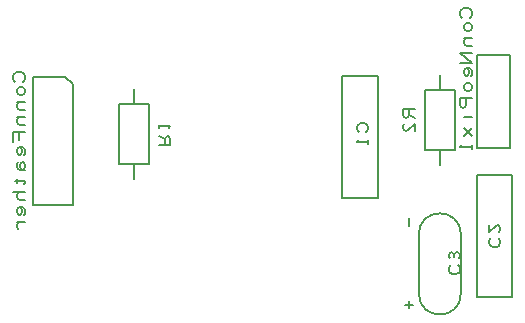
<source format=gbr>
G04 EasyPC Gerber Version 20.0.2 Build 4112 *
%FSLAX35Y35*%
%MOIN*%
%ADD15C,0.00500*%
X0Y0D02*
D02*
D15*
X5687Y87052D02*
X6000Y87365D01*
X6313Y87990*
Y88927*
X6000Y89552*
X5687Y89865*
X5063Y90177*
X3813*
X3187Y89865*
X2875Y89552*
X2563Y88927*
Y87990*
X2875Y87365*
X3187Y87052*
X5375Y85177D02*
X6000Y84865D01*
X6313Y84240*
Y83615*
X6000Y82990*
X5375Y82677*
X4750*
X4125Y82990*
X3813Y83615*
Y84240*
X4125Y84865*
X4750Y85177*
X5375*
X6313Y80177D02*
X3813D01*
X4750D02*
X4125Y79865D01*
X3813Y79240*
Y78615*
X4125Y77990*
X4750Y77677*
X6313*
Y75177D02*
X3813D01*
X4750D02*
X4125Y74865D01*
X3813Y74240*
Y73615*
X4125Y72990*
X4750Y72677*
X6313*
Y70177D02*
X2563D01*
Y67052*
X4437Y67677D02*
Y70177D01*
X6000Y62677D02*
X6313Y62990D01*
Y63615*
Y64240*
X6000Y64865*
X5375Y65177*
X4437*
X4125Y64865*
X3813Y64240*
Y63615*
X4125Y62990*
X4437Y62677*
X4750*
X5063Y62990*
X5375Y63615*
Y64240*
X5063Y64865*
X4750Y65177*
X4125Y60177D02*
X3813Y59552D01*
Y58615*
X4125Y57990*
X4750Y57677*
X5687*
X6000Y57990*
X6313Y58615*
Y59240*
X6000Y59865*
X5687Y60177*
X5375*
X5063Y59865*
X4750Y59240*
Y58615*
X5063Y57990*
X5375Y57677*
X5687D02*
X6313D01*
X3813Y54552D02*
Y53302D01*
X3187Y53927D02*
X6000D01*
X6313Y53615*
Y53302*
X6000Y52990*
X6313Y50177D02*
X2563D01*
X4750D02*
X4125Y49865D01*
X3813Y49240*
Y48615*
X4125Y47990*
X4750Y47677*
X6313*
X6000Y42677D02*
X6313Y42990D01*
Y43615*
Y44240*
X6000Y44865*
X5375Y45177*
X4437*
X4125Y44865*
X3813Y44240*
Y43615*
X4125Y42990*
X4437Y42677*
X4750*
X5063Y42990*
X5375Y43615*
Y44240*
X5063Y44865*
X4750Y45177*
X6313Y40177D02*
X3813D01*
X4750D02*
X4125Y39865D01*
X3813Y39240*
Y38615*
X4125Y37990*
X9116Y88677D02*
Y45784D01*
X22384*
Y86177*
X19884Y88677*
X9116*
X37750Y59565D02*
X47750D01*
Y79565*
X37750*
Y59565*
X42750Y54565D02*
Y59565D01*
Y79565D02*
Y84565D01*
X51187Y65815D02*
X54937D01*
Y68002*
X54625Y68628*
X54000Y68940*
X53375Y68628*
X53063Y68002*
Y65815*
Y68002D02*
X51187Y68940D01*
Y71440D02*
Y72690D01*
Y72065D02*
X54937D01*
X54313Y71440*
X120187Y70120D02*
X120500Y70432D01*
X120813Y71057*
Y71995*
X120500Y72620*
X120187Y72932*
X119563Y73245*
X118313*
X117687Y72932*
X117375Y72620*
X117063Y71995*
Y71057*
X117375Y70432*
X117687Y70120*
X120813Y67620D02*
Y66370D01*
Y66995D02*
X117063D01*
X117687Y67620*
X124000Y88995D02*
Y48245D01*
X112250*
Y88995*
X124000*
X134437Y11402D02*
Y13902D01*
X133187Y12652D02*
X135687D01*
X134437Y38902D02*
Y41402D01*
X136313Y77995D02*
X132563D01*
Y75807*
X132875Y75182*
X133500Y74870*
X134125Y75182*
X134437Y75807*
Y77995*
Y75807D02*
X136313Y74870D01*
Y70495D02*
Y72995D01*
X134125Y70807*
X133500Y70495*
X132875Y70807*
X132563Y71432*
Y72370*
X132875Y72995*
X137722Y16402D02*
Y36087D01*
G75*
G02X151778I7028*
G01*
Y16402*
G75*
G02X137722I-7028*
G01*
X144750Y64245D02*
Y59245D01*
Y89245D02*
Y84245D01*
X148313Y25870D02*
X148000Y25557D01*
X147687Y24932*
Y23995*
X148000Y23370*
X148313Y23057*
X148937Y22745*
X150187*
X150813Y23057*
X151125Y23370*
X151437Y23995*
Y24932*
X151125Y25557*
X150813Y25870*
X148000Y28057D02*
X147687Y28682D01*
Y29307*
X148000Y29932*
X148625Y30245*
X149250Y29932*
X149563Y29307*
Y28682*
Y29307D02*
X149875Y29932D01*
X150500Y30245*
X151125Y29932*
X151437Y29307*
Y28682*
X151125Y28057*
X149750Y84245D02*
X139750D01*
Y64245*
X149750*
Y84245*
X154687Y108374D02*
X155000Y108687D01*
X155313Y109312*
Y110250*
X155000Y110874*
X154687Y111187*
X154063Y111500*
X152813*
X152187Y111187*
X151875Y110874*
X151563Y110250*
Y109312*
X151875Y108687*
X152187Y108374*
X154375Y106500D02*
X155000Y106187D01*
X155313Y105562*
Y104937*
X155000Y104312*
X154375Y104000*
X153750*
X153125Y104312*
X152813Y104937*
Y105562*
X153125Y106187*
X153750Y106500*
X154375*
X155313Y101500D02*
X152813D01*
X153750D02*
X153125Y101187D01*
X152813Y100562*
Y99937*
X153125Y99312*
X153750Y99000*
X155313*
Y96500D02*
X151563D01*
X155313Y93374*
X151563*
X155000Y89000D02*
X155313Y89312D01*
Y89937*
Y90562*
X155000Y91187*
X154375Y91500*
X153437*
X153125Y91187*
X152813Y90562*
Y89937*
X153125Y89312*
X153437Y89000*
X153750*
X154063Y89312*
X154375Y89937*
Y90562*
X154063Y91187*
X153750Y91500*
X154375Y86500D02*
X155000Y86187D01*
X155313Y85562*
Y84937*
X155000Y84312*
X154375Y84000*
X153750*
X153125Y84312*
X152813Y84937*
Y85562*
X153125Y86187*
X153750Y86500*
X154375*
X155313Y81500D02*
X151563D01*
Y79312*
X151875Y78687*
X152500Y78374*
X153125Y78687*
X153437Y79312*
Y81500*
X155313Y75250D02*
X152813D01*
X151875D02*
X155313Y71500*
X152813Y69000D01*
X155313D02*
X152813Y71500D01*
X155313Y65874D02*
Y64624D01*
Y65250D02*
X151563D01*
X152187Y65874*
X157000Y15070D02*
Y55820D01*
X168750*
Y15070*
X157000*
X157250Y96000D02*
Y65000D01*
X168250*
Y95500*
X167750Y96000*
X157250*
X161813Y34945D02*
X161500Y34633D01*
X161187Y34007*
Y33070*
X161500Y32445*
X161813Y32133*
X162437Y31820*
X163687*
X164313Y32133*
X164625Y32445*
X164937Y33070*
Y34007*
X164625Y34633*
X164313Y34945*
X161187Y39320D02*
Y36820D01*
X163375Y39007*
X164000Y39320*
X164625Y39007*
X164937Y38383*
Y37445*
X164625Y36820*
X0Y0D02*
M02*

</source>
